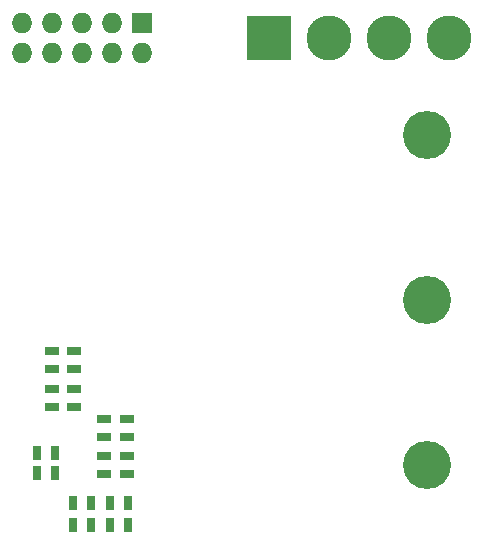
<source format=gbr>
%FSLAX46Y46*%
G04 Gerber Fmt 4.6, Leading zero omitted, Abs format (unit mm)*
G04 Created by KiCad (PCBNEW (2014-10-27 BZR 5228)-product) date 06.12.2014 02:57:52*
%MOMM*%
G01*
G04 APERTURE LIST*
%ADD10C,0.100000*%
%ADD11R,1.727200X1.727200*%
%ADD12O,1.727200X1.727200*%
%ADD13C,3.810000*%
%ADD14R,3.810000X3.810000*%
%ADD15C,4.064000*%
%ADD16R,1.143000X0.635000*%
%ADD17R,0.635000X1.143000*%
G04 APERTURE END LIST*
D10*
D11*
X186690000Y-32385000D03*
D12*
X186690000Y-34925000D03*
X184150000Y-32385000D03*
X184150000Y-34925000D03*
X181610000Y-32385000D03*
X181610000Y-34925000D03*
X179070000Y-32385000D03*
X179070000Y-34925000D03*
X176530000Y-32385000D03*
X176530000Y-34925000D03*
D13*
X202565000Y-33655000D03*
X207645000Y-33655000D03*
D14*
X197485000Y-33655000D03*
D13*
X212725000Y-33655000D03*
D15*
X210820000Y-41910000D03*
X210820000Y-69850000D03*
D16*
X185420000Y-67437000D03*
X185420000Y-65913000D03*
X180975000Y-63373000D03*
X180975000Y-64897000D03*
D17*
X184023000Y-73025000D03*
X185547000Y-73025000D03*
D16*
X185420000Y-70612000D03*
X185420000Y-69088000D03*
X183515000Y-67437000D03*
X183515000Y-65913000D03*
X183515000Y-70612000D03*
X183515000Y-69088000D03*
X180975000Y-60198000D03*
X180975000Y-61722000D03*
X179070000Y-63373000D03*
X179070000Y-64897000D03*
X179070000Y-60198000D03*
X179070000Y-61722000D03*
D17*
X180848000Y-73025000D03*
X182372000Y-73025000D03*
X184023000Y-74930000D03*
X185547000Y-74930000D03*
X180848000Y-74930000D03*
X182372000Y-74930000D03*
X177800000Y-68834000D03*
X179324000Y-68834000D03*
X177800000Y-70485000D03*
X179324000Y-70485000D03*
D15*
X210820000Y-55880000D03*
M02*

</source>
